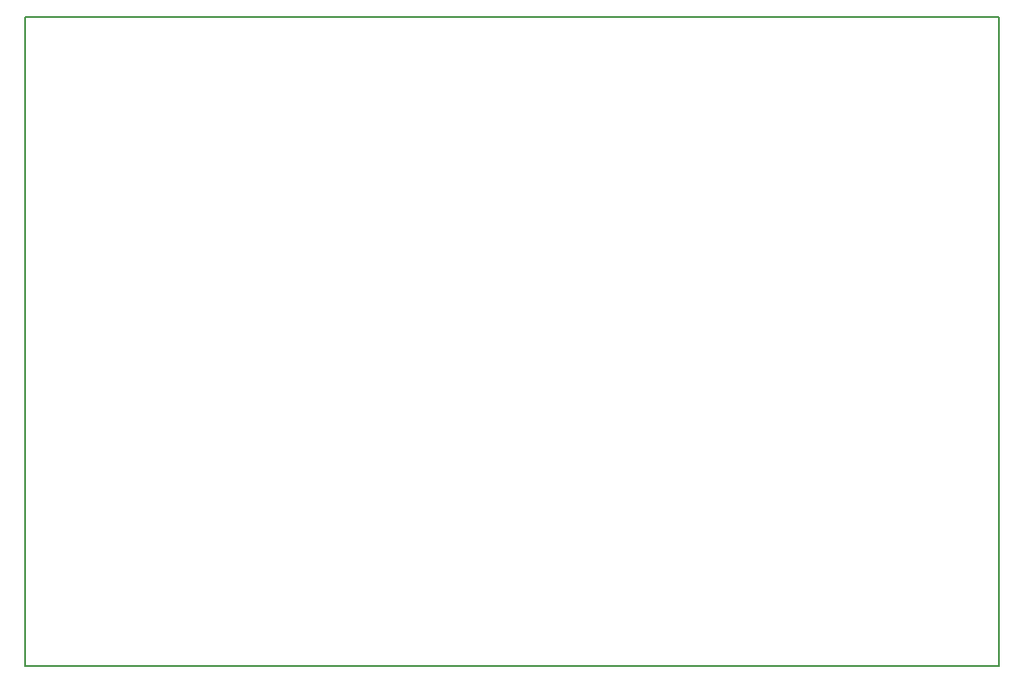
<source format=gm1>
G04 MADE WITH FRITZING*
G04 WWW.FRITZING.ORG*
G04 DOUBLE SIDED*
G04 HOLES PLATED*
G04 CONTOUR ON CENTER OF CONTOUR VECTOR*
%ASAXBY*%
%FSLAX23Y23*%
%MOIN*%
%OFA0B0*%
%SFA1.0B1.0*%
%ADD10R,3.628810X2.421870*%
%ADD11C,0.008000*%
%ADD10C,0.008*%
%LNCONTOUR*%
G90*
G70*
G54D10*
G54D11*
X4Y2418D02*
X3625Y2418D01*
X3625Y4D01*
X4Y4D01*
X4Y2418D01*
D02*
G04 End of contour*
M02*
</source>
